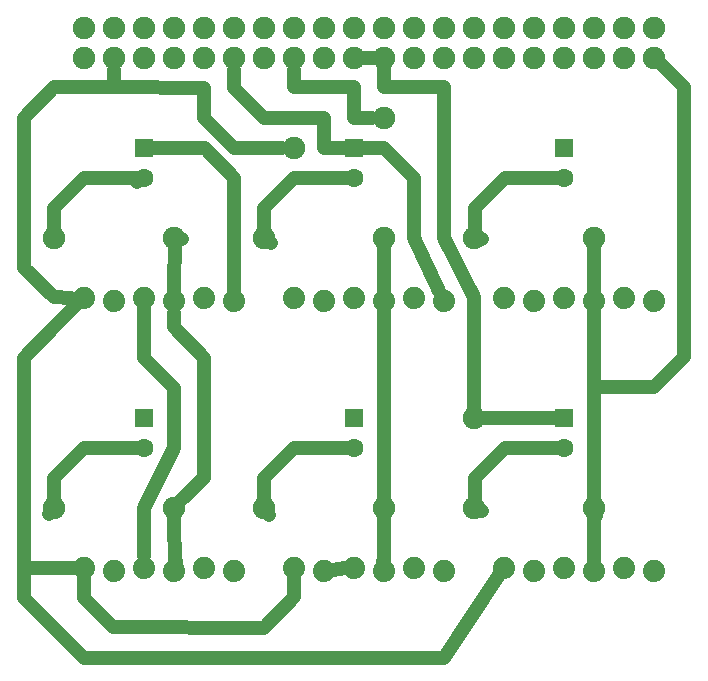
<source format=gbl>
G04 MADE WITH FRITZING*
G04 WWW.FRITZING.ORG*
G04 DOUBLE SIDED*
G04 HOLES PLATED*
G04 CONTOUR ON CENTER OF CONTOUR VECTOR*
%ASAXBY*%
%FSLAX23Y23*%
%MOIN*%
%OFA0B0*%
%SFA1.0B1.0*%
%ADD10C,0.075000*%
%ADD11C,0.062992*%
%ADD12C,0.074000*%
%ADD13C,0.075433*%
%ADD14C,0.074667*%
%ADD15C,0.074695*%
%ADD16R,0.062992X0.062992*%
%ADD17C,0.048000*%
%LNCOPPER0*%
G90*
G70*
G54D10*
X1702Y708D03*
X2102Y708D03*
X1002Y708D03*
X1402Y708D03*
X302Y708D03*
X702Y708D03*
X1002Y1608D03*
X1402Y1608D03*
X302Y1608D03*
X702Y1608D03*
X1702Y1608D03*
X2102Y1608D03*
G54D11*
X1302Y1006D03*
X1302Y908D03*
X2002Y1006D03*
X2002Y908D03*
X602Y1006D03*
X602Y908D03*
X2002Y1906D03*
X2002Y1808D03*
X1302Y1906D03*
X1302Y1808D03*
X602Y1906D03*
X602Y1808D03*
G54D12*
X902Y1398D03*
X802Y1408D03*
X702Y1398D03*
X602Y1408D03*
X502Y1398D03*
X402Y1408D03*
X1602Y1398D03*
X1502Y1408D03*
X1402Y1398D03*
X1302Y1408D03*
X1202Y1398D03*
X1102Y1408D03*
X2302Y1398D03*
X2202Y1408D03*
X2102Y1398D03*
X2002Y1408D03*
X1902Y1398D03*
X1802Y1408D03*
X902Y498D03*
X802Y508D03*
X702Y498D03*
X602Y508D03*
X502Y498D03*
X402Y508D03*
X1602Y498D03*
X1502Y508D03*
X1402Y498D03*
X1302Y508D03*
X1202Y498D03*
X1102Y508D03*
X2302Y498D03*
X2202Y508D03*
X2102Y498D03*
X2002Y508D03*
X1902Y498D03*
X1802Y508D03*
G54D13*
X1402Y2008D03*
X1702Y1008D03*
X1102Y1908D03*
G54D14*
X402Y2208D03*
X502Y2208D03*
X602Y2208D03*
X702Y2208D03*
G54D15*
X802Y2208D03*
G54D14*
X902Y2208D03*
X1002Y2208D03*
X1102Y2208D03*
X1202Y2208D03*
G54D15*
X1302Y2208D03*
G54D14*
X1402Y2208D03*
G54D15*
X1502Y2208D03*
G54D14*
X1602Y2208D03*
X1702Y2208D03*
X1802Y2208D03*
X1902Y2208D03*
G54D15*
X2002Y2208D03*
G54D14*
X2102Y2208D03*
X2202Y2208D03*
X2302Y2208D03*
X2302Y2308D03*
X2202Y2308D03*
X2102Y2308D03*
G54D15*
X2002Y2308D03*
G54D14*
X1902Y2308D03*
X1802Y2308D03*
X1702Y2308D03*
X1602Y2308D03*
G54D15*
X1502Y2308D03*
G54D14*
X1402Y2308D03*
G54D15*
X1302Y2308D03*
G54D14*
X1202Y2308D03*
X1102Y2308D03*
X1002Y2308D03*
X902Y2308D03*
G54D15*
X802Y2308D03*
G54D14*
X702Y2308D03*
X602Y2308D03*
X502Y2308D03*
X402Y2308D03*
G54D16*
X1302Y1006D03*
X2002Y1006D03*
X602Y1006D03*
X2002Y1906D03*
X1302Y1906D03*
X602Y1906D03*
G54D17*
X2102Y707D02*
X2102Y529D01*
D02*
X2109Y680D02*
X2102Y707D01*
D02*
X1704Y807D02*
X1804Y906D01*
D02*
X1704Y707D02*
X1704Y807D01*
D02*
X1804Y906D02*
X1975Y908D01*
D02*
X1728Y696D02*
X1704Y707D01*
D02*
X1102Y906D02*
X1275Y908D01*
D02*
X1003Y707D02*
X1003Y807D01*
D02*
X1003Y807D02*
X1102Y906D01*
D02*
X1018Y684D02*
X1003Y707D01*
D02*
X401Y906D02*
X575Y908D01*
D02*
X301Y807D02*
X401Y906D01*
D02*
X301Y707D02*
X301Y807D01*
D02*
X284Y686D02*
X301Y707D01*
D02*
X704Y508D02*
X702Y679D01*
D02*
X708Y529D02*
X704Y508D01*
D02*
X1401Y508D02*
X1402Y679D01*
D02*
X1399Y529D02*
X1401Y508D01*
D02*
X704Y1607D02*
X730Y1602D01*
D02*
X702Y1429D02*
X704Y1607D01*
D02*
X600Y1807D02*
X579Y1794D01*
D02*
X301Y1707D02*
X401Y1807D01*
D02*
X401Y1807D02*
X600Y1807D01*
D02*
X302Y1637D02*
X301Y1707D01*
D02*
X1003Y1607D02*
X1003Y1707D01*
D02*
X1102Y1807D02*
X1275Y1808D01*
D02*
X1003Y1707D02*
X1102Y1807D01*
D02*
X1025Y1591D02*
X1003Y1607D01*
D02*
X1704Y1707D02*
X1804Y1807D01*
D02*
X1804Y1807D02*
X1975Y1808D01*
D02*
X1704Y1607D02*
X1704Y1707D01*
D02*
X1730Y1602D02*
X1704Y1607D01*
D02*
X1502Y1607D02*
X1586Y1431D01*
D02*
X1402Y1908D02*
X1503Y1808D01*
D02*
X1329Y1907D02*
X1402Y1908D01*
D02*
X903Y1807D02*
X902Y1429D01*
D02*
X804Y1906D02*
X903Y1807D01*
D02*
X629Y1906D02*
X804Y1906D01*
D02*
X1402Y737D02*
X1402Y1367D01*
D02*
X1401Y1508D02*
X1402Y1579D01*
D02*
X1402Y1429D02*
X1401Y1508D01*
D02*
X2102Y737D02*
X2102Y1367D01*
D02*
X726Y732D02*
X802Y808D01*
D02*
X2102Y1110D02*
X2102Y1579D01*
D02*
X2401Y1209D02*
X2301Y1110D01*
D02*
X2401Y2110D02*
X2401Y1209D01*
D02*
X2326Y2185D02*
X2401Y2110D01*
D02*
X2301Y1110D02*
X2102Y1110D01*
D02*
X301Y1409D02*
X360Y1408D01*
D02*
X202Y2006D02*
X202Y1508D01*
D02*
X202Y1508D02*
X301Y1409D01*
D02*
X301Y2110D02*
X202Y2006D01*
D02*
X501Y2109D02*
X301Y2110D01*
D02*
X502Y2165D02*
X501Y2109D01*
D02*
X1001Y308D02*
X1102Y409D01*
D02*
X500Y309D02*
X1001Y308D01*
D02*
X401Y408D02*
X500Y309D01*
D02*
X402Y477D02*
X401Y408D01*
D02*
X1002Y2007D02*
X1202Y2007D01*
D02*
X901Y2108D02*
X1002Y2007D01*
D02*
X902Y2165D02*
X901Y2108D01*
D02*
X1202Y1908D02*
X1264Y1907D01*
D02*
X1202Y2007D02*
X1202Y1908D01*
D02*
X1102Y2165D02*
X1102Y2109D01*
D02*
X1102Y2109D02*
X1302Y2109D01*
D02*
X1302Y2008D02*
X1362Y2008D01*
D02*
X1302Y2109D02*
X1302Y2008D01*
D02*
X1334Y2208D02*
X1370Y2208D01*
D02*
X1975Y1007D02*
X1731Y1008D01*
D02*
X502Y2165D02*
X501Y2109D01*
D02*
X901Y1908D02*
X1062Y1908D01*
D02*
X501Y2109D02*
X802Y2108D01*
D02*
X802Y2007D02*
X901Y1908D01*
D02*
X802Y2108D02*
X802Y2007D01*
D02*
X371Y508D02*
X202Y508D01*
D02*
X202Y508D02*
X202Y608D01*
D02*
X203Y1207D02*
X302Y1310D01*
D02*
X202Y608D02*
X203Y1207D01*
D02*
X302Y1310D02*
X380Y1386D01*
D02*
X1785Y482D02*
X1602Y208D01*
D02*
X1602Y208D02*
X402Y208D01*
D02*
X402Y208D02*
X203Y407D01*
D02*
X203Y407D02*
X202Y508D01*
D02*
X202Y508D02*
X371Y508D01*
D02*
X1233Y501D02*
X1271Y505D01*
D02*
X602Y1371D02*
X602Y1308D01*
D02*
X702Y1108D02*
X702Y908D01*
D02*
X602Y1208D02*
X702Y1108D01*
D02*
X602Y1308D02*
X602Y1208D01*
D02*
X702Y908D02*
X602Y708D01*
D02*
X602Y708D02*
X602Y545D01*
D02*
X1102Y409D02*
X1102Y477D01*
D02*
X1402Y2109D02*
X1402Y2208D01*
D02*
X1603Y2109D02*
X1402Y2109D01*
D02*
X1402Y2208D02*
X1345Y2208D01*
D02*
X1602Y1908D02*
X1603Y2109D01*
D02*
X1603Y1607D02*
X1602Y1908D01*
D02*
X1603Y1908D02*
X1603Y1607D01*
D02*
X1603Y1607D02*
X1603Y1908D01*
D02*
X1702Y1409D02*
X1603Y1607D01*
D02*
X1702Y1208D02*
X1702Y1409D01*
D02*
X1702Y1037D02*
X1702Y1208D01*
D02*
X1502Y1807D02*
X1502Y1607D01*
D02*
X1503Y1808D02*
X1502Y1807D01*
D02*
X702Y1309D02*
X702Y1356D01*
D02*
X802Y808D02*
X803Y1208D01*
D02*
X803Y1208D02*
X702Y1309D01*
G04 End of Copper0*
M02*
</source>
